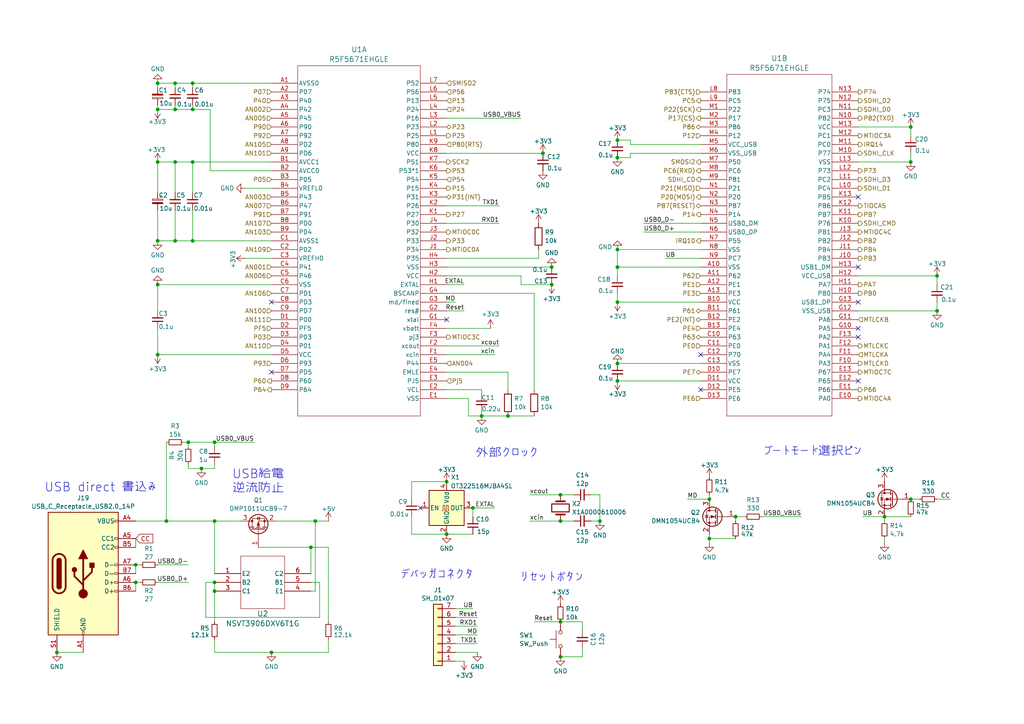
<source format=kicad_sch>
(kicad_sch (version 20231120) (generator "eeschema") (generator_version "8.0")
  (paper "A4")
  (junction (at 179.07 45.72))
  (junction (at 129.54 139.7))
  (junction (at 45.72 31.75))
  (junction (at 147.32 120.65))
  (junction (at 162.56 143.51))
  (junction (at 50.8 69.85))
  (junction (at 179.07 87.63))
  (junction (at 179.07 72.39))
  (junction (at 91.44 151.13))
  (junction (at 162.56 180.34))
  (junction (at 45.72 46.99))
  (junction (at 179.07 105.41))
  (junction (at 264.16 36.83))
  (junction (at 16.51 189.23))
  (junction (at 137.16 147.32))
  (junction (at 45.72 102.87))
  (junction (at 62.23 128.27))
  (junction (at 50.8 24.13))
  (junction (at 45.72 24.13))
  (junction (at 62.23 171.45))
  (junction (at 160.02 82.55))
  (junction (at 179.07 40.64))
  (junction (at 271.78 80.01))
  (junction (at 45.72 69.85))
  (junction (at 129.54 154.94))
  (junction (at 264.16 46.99))
  (junction (at 55.88 31.75))
  (junction (at 271.78 90.17))
  (junction (at 179.07 110.49))
  (junction (at 139.7 120.65))
  (junction (at 58.42 135.89))
  (junction (at 45.72 82.55))
  (junction (at 78.74 189.23))
  (junction (at 62.23 168.91))
  (junction (at 62.23 151.13))
  (junction (at 54.61 128.27))
  (junction (at 48.26 151.13))
  (junction (at 162.56 190.5))
  (junction (at 160.02 77.47))
  (junction (at 55.88 24.13))
  (junction (at 50.8 31.75))
  (junction (at 173.99 151.13))
  (junction (at 157.48 44.45))
  (junction (at 264.16 144.78))
  (junction (at 205.74 156.21))
  (junction (at 256.54 149.86))
  (junction (at 90.17 158.75))
  (junction (at 50.8 46.99))
  (junction (at 205.74 144.78))
  (junction (at 179.07 77.47))
  (junction (at 162.56 151.13))
  (junction (at 213.36 149.86))
  (junction (at 55.88 46.99))
  (junction (at 39.37 163.83))
  (junction (at 55.88 69.85))
  (junction (at 39.37 168.91))
  (no_connect (at 78.74 107.95))
  (no_connect (at 121.92 147.32))
  (no_connect (at 248.92 95.25))
  (no_connect (at 248.92 97.79))
  (no_connect (at 248.92 110.49))
  (no_connect (at 203.2 113.03))
  (no_connect (at 248.92 77.47))
  (no_connect (at 129.54 92.71))
  (no_connect (at 78.74 87.63))
  (no_connect (at 203.2 102.87))
  (no_connect (at 248.92 87.63))
  (no_connect (at 248.92 57.15))
  (wire (pts (xy 90.17 171.45) (xy 91.44 171.45)))
  (wire (pts (xy 54.61 168.91) (xy 45.72 168.91)))
  (wire (pts (xy 50.8 69.85) (xy 50.8 60.96)))
  (wire (pts (xy 50.8 31.75) (xy 55.88 31.75)))
  (wire (pts (xy 182.88 44.45) (xy 203.2 44.45)))
  (wire (pts (xy 271.78 87.63) (xy 271.78 90.17)))
  (wire (pts (xy 55.88 46.99) (xy 55.88 55.88)))
  (wire (pts (xy 50.8 46.99) (xy 55.88 46.99)))
  (wire (pts (xy 205.74 156.21) (xy 205.74 157.48)))
  (wire (pts (xy 182.88 45.72) (xy 182.88 44.45)))
  (wire (pts (xy 78.74 49.53) (xy 60.96 49.53)))
  (wire (pts (xy 90.17 158.75) (xy 95.25 158.75)))
  (wire (pts (xy 129.54 44.45) (xy 157.48 44.45)))
  (wire (pts (xy 137.16 147.32) (xy 137.16 149.86)))
  (wire (pts (xy 179.07 77.47) (xy 203.2 77.47)))
  (wire (pts (xy 138.43 179.07) (xy 132.08 179.07)))
  (wire (pts (xy 40.64 168.91) (xy 39.37 168.91)))
  (wire (pts (xy 129.54 74.93) (xy 156.21 74.93)))
  (wire (pts (xy 45.72 102.87) (xy 78.74 102.87)))
  (wire (pts (xy 92.71 168.91) (xy 90.17 168.91)))
  (wire (pts (xy 248.92 36.83) (xy 264.16 36.83)))
  (wire (pts (xy 151.13 80.01) (xy 129.54 80.01)))
  (wire (pts (xy 179.07 72.39) (xy 179.07 77.47)))
  (wire (pts (xy 40.64 163.83) (xy 39.37 163.83)))
  (wire (pts (xy 45.72 31.75) (xy 45.72 30.48)))
  (wire (pts (xy 186.69 67.31) (xy 203.2 67.31)))
  (wire (pts (xy 55.88 69.85) (xy 78.74 69.85)))
  (wire (pts (xy 55.88 24.13) (xy 55.88 25.4)))
  (wire (pts (xy 54.61 135.89) (xy 54.61 134.62)))
  (wire (pts (xy 45.72 46.99) (xy 50.8 46.99)))
  (wire (pts (xy 162.56 143.51) (xy 166.37 143.51)))
  (wire (pts (xy 248.92 80.01) (xy 271.78 80.01)))
  (wire (pts (xy 54.61 129.54) (xy 54.61 128.27)))
  (wire (pts (xy 62.23 151.13) (xy 62.23 166.37)))
  (wire (pts (xy 151.13 80.01) (xy 151.13 82.55)))
  (wire (pts (xy 139.7 120.65) (xy 135.89 120.65)))
  (wire (pts (xy 179.07 105.41) (xy 203.2 105.41)))
  (wire (pts (xy 147.32 107.95) (xy 147.32 113.03)))
  (wire (pts (xy 138.43 181.61) (xy 132.08 181.61)))
  (wire (pts (xy 119.38 149.86) (xy 119.38 154.94)))
  (wire (pts (xy 39.37 163.83) (xy 39.37 166.37)))
  (wire (pts (xy 39.37 168.91) (xy 39.37 171.45)))
  (wire (pts (xy 264.16 44.45) (xy 264.16 46.99)))
  (wire (pts (xy 215.9 149.86) (xy 213.36 149.86)))
  (wire (pts (xy 168.91 180.34) (xy 162.56 180.34)))
  (wire (pts (xy 154.94 180.34) (xy 162.56 180.34)))
  (wire (pts (xy 90.17 158.75) (xy 90.17 166.37)))
  (wire (pts (xy 129.54 107.95) (xy 147.32 107.95)))
  (wire (pts (xy 153.67 151.13) (xy 162.56 151.13)))
  (wire (pts (xy 143.51 147.32) (xy 137.16 147.32)))
  (wire (pts (xy 138.43 184.15) (xy 132.08 184.15)))
  (wire (pts (xy 45.72 69.85) (xy 50.8 69.85)))
  (wire (pts (xy 179.07 40.64) (xy 182.88 40.64)))
  (wire (pts (xy 151.13 34.29) (xy 129.54 34.29)))
  (wire (pts (xy 220.98 149.86) (xy 232.41 149.86)))
  (wire (pts (xy 119.38 144.78) (xy 119.38 139.7)))
  (wire (pts (xy 45.72 82.55) (xy 45.72 90.17)))
  (wire (pts (xy 248.92 90.17) (xy 271.78 90.17)))
  (wire (pts (xy 62.23 168.91) (xy 62.23 171.45)))
  (wire (pts (xy 144.78 59.69) (xy 129.54 59.69)))
  (wire (pts (xy 39.37 156.21) (xy 39.37 158.75)))
  (wire (pts (xy 71.12 54.61) (xy 78.74 54.61)))
  (wire (pts (xy 55.88 69.85) (xy 55.88 60.96)))
  (wire (pts (xy 59.69 179.07) (xy 92.71 179.07)))
  (wire (pts (xy 55.88 46.99) (xy 78.74 46.99)))
  (wire (pts (xy 54.61 163.83) (xy 45.72 163.83)))
  (wire (pts (xy 134.62 191.77) (xy 132.08 191.77)))
  (wire (pts (xy 50.8 31.75) (xy 50.8 30.48)))
  (wire (pts (xy 50.8 46.99) (xy 50.8 55.88)))
  (wire (pts (xy 264.16 36.83) (xy 264.16 39.37)))
  (wire (pts (xy 271.78 80.01) (xy 271.78 82.55)))
  (wire (pts (xy 139.7 120.65) (xy 139.7 119.38)))
  (wire (pts (xy 173.99 143.51) (xy 173.99 151.13)))
  (wire (pts (xy 139.7 113.03) (xy 139.7 114.3)))
  (wire (pts (xy 179.07 87.63) (xy 203.2 87.63)))
  (wire (pts (xy 182.88 40.64) (xy 182.88 41.91)))
  (wire (pts (xy 50.8 24.13) (xy 50.8 25.4)))
  (wire (pts (xy 171.45 151.13) (xy 173.99 151.13)))
  (wire (pts (xy 154.94 120.65) (xy 147.32 120.65)))
  (wire (pts (xy 95.25 158.75) (xy 95.25 180.34)))
  (wire (pts (xy 154.94 85.09) (xy 129.54 85.09)))
  (wire (pts (xy 59.69 168.91) (xy 59.69 179.07)))
  (wire (pts (xy 173.99 143.51) (xy 171.45 143.51)))
  (wire (pts (xy 45.72 95.25) (xy 45.72 102.87)))
  (wire (pts (xy 205.74 143.51) (xy 205.74 144.78)))
  (wire (pts (xy 205.74 156.21) (xy 213.36 156.21)))
  (wire (pts (xy 132.08 176.53) (xy 137.16 176.53)))
  (wire (pts (xy 62.23 189.23) (xy 78.74 189.23)))
  (wire (pts (xy 129.54 77.47) (xy 160.02 77.47)))
  (wire (pts (xy 53.34 128.27) (xy 54.61 128.27)))
  (wire (pts (xy 144.78 100.33) (xy 129.54 100.33)))
  (wire (pts (xy 168.91 190.5) (xy 162.56 190.5)))
  (wire (pts (xy 45.72 69.85) (xy 45.72 60.96)))
  (wire (pts (xy 60.96 31.75) (xy 55.88 31.75)))
  (wire (pts (xy 250.19 149.86) (xy 256.54 149.86)))
  (wire (pts (xy 62.23 129.54) (xy 62.23 128.27)))
  (wire (pts (xy 156.21 74.93) (xy 156.21 72.39)))
  (wire (pts (xy 138.43 186.69) (xy 132.08 186.69)))
  (wire (pts (xy 147.32 120.65) (xy 139.7 120.65)))
  (wire (pts (xy 62.23 135.89) (xy 58.42 135.89)))
  (wire (pts (xy 134.62 90.17) (xy 129.54 90.17)))
  (wire (pts (xy 135.89 120.65) (xy 135.89 115.57)))
  (wire (pts (xy 60.96 49.53) (xy 60.96 31.75)))
  (wire (pts (xy 205.74 154.94) (xy 205.74 156.21)))
  (wire (pts (xy 193.04 74.93) (xy 203.2 74.93)))
  (wire (pts (xy 48.26 128.27) (xy 48.26 151.13)))
  (wire (pts (xy 264.16 149.86) (xy 256.54 149.86)))
  (wire (pts (xy 91.44 151.13) (xy 95.25 151.13)))
  (wire (pts (xy 45.72 24.13) (xy 45.72 25.4)))
  (wire (pts (xy 16.51 189.23) (xy 24.13 189.23)))
  (wire (pts (xy 199.39 144.78) (xy 205.74 144.78)))
  (wire (pts (xy 62.23 128.27) (xy 73.66 128.27)))
  (wire (pts (xy 50.8 69.85) (xy 55.88 69.85)))
  (wire (pts (xy 58.42 135.89) (xy 54.61 135.89)))
  (wire (pts (xy 78.74 189.23) (xy 95.25 189.23)))
  (wire (pts (xy 132.08 87.63) (xy 129.54 87.63)))
  (wire (pts (xy 168.91 187.96) (xy 168.91 190.5)))
  (wire (pts (xy 143.51 102.87) (xy 129.54 102.87)))
  (wire (pts (xy 182.88 41.91) (xy 203.2 41.91)))
  (wire (pts (xy 62.23 189.23) (xy 62.23 185.42)))
  (wire (pts (xy 39.37 151.13) (xy 48.26 151.13)))
  (wire (pts (xy 55.88 31.75) (xy 55.88 30.48)))
  (wire (pts (xy 62.23 168.91) (xy 59.69 168.91)))
  (wire (pts (xy 179.07 110.49) (xy 203.2 110.49)))
  (wire (pts (xy 91.44 151.13) (xy 80.01 151.13)))
  (wire (pts (xy 69.85 151.13) (xy 62.23 151.13)))
  (wire (pts (xy 119.38 139.7) (xy 129.54 139.7)))
  (wire (pts (xy 168.91 182.88) (xy 168.91 180.34)))
  (wire (pts (xy 119.38 154.94) (xy 129.54 154.94)))
  (wire (pts (xy 62.23 128.27) (xy 54.61 128.27)))
  (wire (pts (xy 275.59 144.78) (xy 271.78 144.78)))
  (wire (pts (xy 162.56 151.13) (xy 166.37 151.13)))
  (wire (pts (xy 95.25 185.42) (xy 95.25 189.23)))
  (wire (pts (xy 256.54 149.86) (xy 256.54 151.13)))
  (wire (pts (xy 144.78 64.77) (xy 129.54 64.77)))
  (wire (pts (xy 50.8 24.13) (xy 55.88 24.13)))
  (wire (pts (xy 179.07 85.09) (xy 179.07 87.63)))
  (wire (pts (xy 62.23 171.45) (xy 62.23 180.34)))
  (wire (pts (xy 179.07 72.39) (xy 203.2 72.39)))
  (wire (pts (xy 132.08 189.23) (xy 138.43 189.23)))
  (wire (pts (xy 134.62 82.55) (xy 129.54 82.55)))
  (wire (pts (xy 135.89 115.57) (xy 129.54 115.57)))
  (wire (pts (xy 92.71 179.07) (xy 92.71 168.91)))
  (wire (pts (xy 154.94 113.03) (xy 154.94 85.09)))
  (wire (pts (xy 48.26 151.13) (xy 62.23 151.13)))
  (wire (pts (xy 78.74 74.93) (xy 71.12 74.93)))
  (wire (pts (xy 45.72 31.75) (xy 50.8 31.75)))
  (wire (pts (xy 248.92 46.99) (xy 264.16 46.99)))
  (wire (pts (xy 179.07 77.47) (xy 179.07 80.01)))
  (wire (pts (xy 153.67 143.51) (xy 162.56 143.51)))
  (wire (pts (xy 266.7 144.78) (xy 264.16 144.78)))
  (wire (pts (xy 213.36 151.13) (xy 213.36 149.86)))
  (wire (pts (xy 91.44 151.13) (xy 91.44 171.45)))
  (wire (pts (xy 129.54 95.25) (xy 142.24 95.25)))
  (wire (pts (xy 129.54 154.94) (xy 137.16 154.94)))
  (wire (pts (xy 186.69 64.77) (xy 203.2 64.77)))
  (wire (pts (xy 74.93 158.75) (xy 90.17 158.75)))
  (wire (pts (xy 151.13 82.55) (xy 160.02 82.55)))
  (wire (pts (xy 256.54 157.48) (xy 256.54 156.21)))
  (wire (pts (xy 55.88 24.13) (xy 78.74 24.13)))
  (wire (pts (xy 179.07 45.72) (xy 182.88 45.72)))
  (wire (pts (xy 45.72 46.99) (xy 45.72 55.88)))
  (wire (pts (xy 129.54 113.03) (xy 139.7 113.03)))
  (wire (pts (xy 62.23 134.62) (xy 62.23 135.89)))
  (wire (pts (xy 45.72 82.55) (xy 78.74 82.55)))
  (wire (pts (xy 45.72 24.13) (xy 50.8 24.13)))
  (text "USB給電\n逆流防止" (at 74.93 139.7 0) (effects (font (size 2.54 2.54))))
  (text "デバッガコネクタ" (at 126.746 166.878 0) (effects (font (size 2.54 2.54))))
  (text "USB direct 書込み" (at 29.21 141.478 0) (effects (font (size 2.54 2.54))))
  (text "ブートモード選択ピン" (at 235.712 131.064 0) (effects (font (size 2.54 2.54))))
  (text "リセットボタン" (at 160.02 167.64 0) (effects (font (size 2.54 2.54))))
  (text "外部クロック" (at 147.066 131.572 0) (effects (font (size 2.54 2.54))))
  (label "xcout" (at 144.78 100.33 180))
  (label "USB0_VBUS" (at 232.41 149.86 180))
  (label "Reset" (at 154.94 180.34 0))
  (label "USB0_D-" (at 186.69 64.77 0))
  (label "UB" (at 193.04 74.93 0))
  (label "MD" (at 199.39 144.78 0))
  (label "USB0_D+" (at 54.61 168.91 180))
  (label "Reset" (at 138.43 179.07 180))
  (label "USB0_D+" (at 186.69 67.31 0))
  (label "xcin" (at 153.67 151.13 0))
  (label "xcout" (at 153.67 143.51 0))
  (label "UB" (at 137.16 176.53 180))
  (label "USB0_VBUS" (at 151.13 34.29 180))
  (label "EXTAL" (at 143.51 147.32 180))
  (label "UB" (at 250.19 149.86 0))
  (label "TXD1" (at 144.78 59.69 180))
  (label "RXD1" (at 144.78 64.77 180))
  (label "MD" (at 138.43 184.15 180))
  (label "USB0_D-" (at 54.61 163.83 180))
  (label "CC" (at 275.59 144.78 180))
  (label "RXD1" (at 138.43 181.61 180))
  (label "xcin" (at 143.51 102.87 180))
  (label "MD" (at 132.08 87.63 180))
  (label "TXD1" (at 138.43 186.69 180))
  (label "EXTAL" (at 134.62 82.55 180))
  (label "USB0_VBUS" (at 73.66 128.27 180))
  (label "Reset" (at 134.62 90.17 180))
  (global_label "CC" (shape input) (at 39.37 156.21 0) (property "Intersheetrefs" "${INTERSHEET_REFS}" (effects (hide yes))))
  (hierarchical_label "PE7" (shape bidirectional) (at 203.2 107.95 180))
  (hierarchical_label "P93" (shape input) (at 78.74 105.41 180))
  (hierarchical_label "MTIOC0A" (shape output) (at 129.54 72.39 0))
  (hierarchical_label "AN006" (shape input) (at 78.74 80.01 180))
  (hierarchical_label "PE0" (shape input) (at 203.2 100.33 180))
  (hierarchical_label "AN111" (shape input) (at 78.74 92.71 180))
  (hierarchical_label "P31(INT)" (shape bidirectional) (at 129.54 57.15 0))
  (hierarchical_label "P25" (shape output) (at 129.54 39.37 0))
  (hierarchical_label "P20(MOSI)" (shape output) (at 203.2 57.15 180))
  (hierarchical_label "PE3" (shape input) (at 203.2 85.09 180))
  (hierarchical_label "P53" (shape output) (at 129.54 49.53 0))
  (hierarchical_label "P63" (shape bidirectional) (at 203.2 97.79 180))
  (hierarchical_label "P23" (shape bidirectional) (at 129.54 36.83 0))
  (hierarchical_label "P27" (shape output) (at 129.54 62.23 0))
  (hierarchical_label "AN001" (shape input) (at 78.74 77.47 180))
  (hierarchical_label "AN100" (shape input) (at 78.74 90.17 180))
  (hierarchical_label "PE4" (shape input) (at 203.2 95.25 180))
  (hierarchical_label "MTLCKD" (shape output) (at 248.92 105.41 0))
  (hierarchical_label "P56" (shape input) (at 129.54 26.67 0))
  (hierarchical_label "AN109" (shape input) (at 78.74 72.39 180))
  (hierarchical_label "P61" (shape bidirectional) (at 203.2 90.17 180))
  (hierarchical_label "P73" (shape output) (at 248.92 49.53 0))
  (hierarchical_label "SDHI_CMD" (shape output) (at 248.92 64.77 0))
  (hierarchical_label "AN107" (shape input) (at 78.74 64.77 180))
  (hierarchical_label "PB4" (shape output) (at 248.92 72.39 0))
  (hierarchical_label "SDHI_D2" (shape output) (at 248.92 29.21 0))
  (hierarchical_label "SDHI_CD" (shape output) (at 203.2 52.07 180))
  (hierarchical_label "PA7" (shape output) (at 248.92 82.55 0))
  (hierarchical_label "MTIOC3A" (shape output) (at 248.92 39.37 0))
  (hierarchical_label "IRQ14" (shape output) (at 248.92 41.91 0))
  (hierarchical_label "MTLCKA" (shape input) (at 248.92 102.87 0))
  (hierarchical_label "AN103" (shape input) (at 78.74 67.31 180))
  (hierarchical_label "Pj5" (shape input) (at 129.54 110.49 0))
  (hierarchical_label "MTIOC4C" (shape output) (at 248.92 67.31 0))
  (hierarchical_label "P21(MISO)" (shape input) (at 203.2 54.61 180))
  (hierarchical_label "P86" (shape bidirectional) (at 203.2 36.83 180))
  (hierarchical_label "PE6" (shape input) (at 203.2 115.57 180))
  (hierarchical_label "AN110" (shape input) (at 78.74 100.33 180))
  (hierarchical_label "P12" (shape input) (at 203.2 39.37 180))
  (hierarchical_label "SDHI_CLK" (shape output) (at 248.92 44.45 0))
  (hierarchical_label "P13" (shape input) (at 129.54 29.21 0))
  (hierarchical_label "MTIOC4A" (shape output) (at 248.92 115.57 0))
  (hierarchical_label "P82(TXD)" (shape output) (at 248.92 34.29 0))
  (hierarchical_label "AN105" (shape input) (at 78.74 41.91 180))
  (hierarchical_label "SDHI_D0" (shape output) (at 248.92 31.75 0))
  (hierarchical_label "P07" (shape input) (at 78.74 26.67 180))
  (hierarchical_label "IRQ10" (shape output) (at 203.2 69.85 180))
  (hierarchical_label "P91" (shape input) (at 78.74 62.23 180))
  (hierarchical_label "P03" (shape input) (at 78.74 97.79 180))
  (hierarchical_label "AN101" (shape input) (at 78.74 44.45 180))
  (hierarchical_label "AN004" (shape input) (at 129.54 105.41 0))
  (hierarchical_label "TIOCA5" (shape output) (at 248.92 59.69 0))
  (hierarchical_label "PB2" (shape output) (at 248.92 69.85 0))
  (hierarchical_label "PE2(INT)" (shape bidirectional) (at 203.2 92.71 180))
  (hierarchical_label "P33" (shape output) (at 129.54 69.85 0))
  (hierarchical_label "PB0" (shape output) (at 248.92 85.09 0))
  (hierarchical_label "AN002" (shape input) (at 78.74 31.75 180))
  (hierarchical_label "SDHI_D3" (shape output) (at 248.92 52.07 0))
  (hierarchical_label "P87(RESET)" (shape bidirectional) (at 203.2 59.69 180))
  (hierarchical_label "P60" (shape output) (at 78.74 110.49 180))
  (hierarchical_label "P15" (shape output) (at 129.54 54.61 0))
  (hierarchical_label "P80(RTS)" (shape input) (at 129.54 41.91 0))
  (hierarchical_label "MTIOC3C" (shape output) (at 129.54 97.79 0))
  (hierarchical_label "P83(CTS)" (shape input) (at 203.2 26.67 180))
  (hierarchical_label "P54" (shape input) (at 129.54 52.07 0))
  (hierarchical_label "PB7" (shape output) (at 248.92 62.23 0))
  (hierarchical_label "P66" (shape output) (at 248.92 113.03 0))
  (hierarchical_label "AN007" (shape input) (at 78.74 59.69 180))
  (hierarchical_label "SDHI_D1" (shape output) (at 248.92 54.61 0))
  (hierarchical_label "P64" (shape output) (at 78.74 113.03 180))
  (hierarchical_label "PF5" (shape input) (at 78.74 95.25 180))
  (hierarchical_label "P05" (shape input) (at 78.74 52.07 180))
  (hierarchical_label "P90" (shape input) (at 78.74 36.83 180))
  (hierarchical_label "P62" (shape input) (at 203.2 80.01 180))
  (hierarchical_label "P17(CS)" (shape output) (at 203.2 34.29 180))
  (hierarchical_label "SMOSI2" (shape output) (at 203.2 46.99 180))
  (hierarchical_label "SCK2" (shape output) (at 129.54 46.99 0))
  (hierarchical_label "PE1" (shape input) (at 203.2 82.55 180))
  (hierarchical_label "P22(SCK)" (shape output) (at 203.2 31.75 180))
  (hierarchical_label "PB3" (shape output) (at 248.92 74.93 0))
  (hierarchical_label "MTIOC0C" (shape output) (at 129.54 67.31 0))
  (hierarchical_label "AN003" (shape input) (at 78.74 57.15 180))
  (hierarchical_label "AN106" (shape input) (at 78.74 85.09 180))
  (hierarchical_label "P74" (shape output) (at 248.92 26.67 0))
  (hierarchical_label "MTLCKB" (shape input) (at 248.92 92.71 0))
  (hierarchical_label "PC5" (shape output) (at 203.2 29.21 180))
  (hierarchical_label "PC6(RXD)" (shape output) (at 203.2 49.53 180))
  (hierarchical_label "P14" (shape output) (at 203.2 62.23 180))
  (hierarchical_label "P24" (shape input) (at 129.54 31.75 0))
  (hierarchical_label "P92" (shape input) (at 78.74 39.37 180))
  (hierarchical_label "MTIOC7C" (shape output) (at 248.92 107.95 0))
  (hierarchical_label "P40" (shape input) (at 78.74 29.21 180))
  (hierarchical_label "AN005" (shape input) (at 78.74 34.29 180))
  (hierarchical_label "MTLCKC" (shape output) (at 248.92 100.33 0))
  (hierarchical_label "SMISO2" (shape input) (at 129.54 24.13 0))
  (symbol (lib_id "power:+3V3") (at 271.78 80.01 0) (unit 1)
    (property "Reference" "#PWR036" (effects (hide yes)))
    (property "Value" "+3V3" (at 271.78 76.5081 0))
    (property "Description" "Power symbol creates a global label with name \"+3V3\"" (effects (hide yes)))
  )
  (symbol (lib_id "power:GND") (at 45.72 24.13 180) (unit 1)
    (property "Reference" "#PWR03" (effects (hide yes)))
    (property "Value" "GND" (at 45.72 19.9969 0))
    (property "Description" "Power symbol creates a global label with name \"GND\" , ground" (effects (hide yes)))
  )
  (symbol (lib_id "Device:C_Small") (at 119.38 147.32 0) (unit 1)
    (property "Reference" "C9" (at 116.84 145.542 0))
    (property "Value" "0.01u" (at 115.824 149.098 0))
    (property "Footprint" "Capacitor_SMD:C_0402_1005Metric" (effects (hide yes)))
    (property "Datasheet" "C77019" (effects (hide yes)))
    (property "Description" "Unpolarized capacitor, small symbol" (effects (hide yes)))
  )
  (symbol (lib_id "power:+3V3") (at 157.48 44.45 0) (unit 1)
    (property "Reference" "#PWR017" (effects (hide yes)))
    (property "Value" "+3V3" (at 157.48 40.9481 0))
    (property "Description" "Power symbol creates a global label with name \"+3V3\"" (effects (hide yes)))
  )
  (symbol (lib_id "Device:C_Small") (at 179.07 43.18 0) (unit 1)
    (property "Reference" "C17" (at 173.482 41.656 0) (effects (justify left)))
    (property "Value" "0.1u" (at 173.482 44.958 0) (effects (justify left)))
    (property "Footprint" "Capacitor_SMD:C_0402_1005Metric" (effects (hide yes)))
    (property "Datasheet" "C77020" (effects (hide yes)))
    (property "Description" "Unpolarized capacitor, small symbol" (effects (hide yes)))
  )
  (symbol (lib_id "Device:R_Small") (at 62.23 182.88 0) (mirror x) (unit 1)
    (property "Reference" "R5" (at 60.7314 182.2363 0) (effects (justify right)))
    (property "Value" "12.1k" (at 60.7314 184.1573 0) (effects (justify right)))
    (property "Footprint" "Resistor_SMD:R_0402_1005Metric" (effects (hide yes)))
    (property "Datasheet" "C25852" (effects (hide yes)))
    (property "Description" "Resistor, small symbol" (effects (hide yes)))
  )
  (symbol (lib_id "power:GND") (at 264.16 46.99 0) (unit 1)
    (property "Reference" "#PWR035" (effects (hide yes)))
    (property "Value" "GND" (at 264.16 51.1231 0))
    (property "Description" "Power symbol creates a global label with name \"GND\" , ground" (effects (hide yes)))
  )
  (symbol (lib_id "Device:R_Small") (at 43.18 163.83 90) (unit 1)
    (property "Reference" "R1" (at 43.18 159.1198 90))
    (property "Value" "27" (at 43.18 161.544 90))
    (property "Footprint" "Resistor_SMD:R_0402_1005Metric" (effects (hide yes)))
    (property "Datasheet" "C138021" (effects (hide yes)))
    (property "Description" "Resistor, small symbol" (effects (hide yes)))
  )
  (symbol (lib_id "Device:R") (at 156.21 68.58 0) (unit 1)
    (property "Reference" "R9" (at 157.988 67.3678 0) (effects (justify left)))
    (property "Value" "10k" (at 157.988 69.7921 0) (effects (justify left)))
    (property "Footprint" "Resistor_SMD:R_0402_1005Metric" (effects (hide yes)))
    (property "Datasheet" "C2906885" (effects (hide yes)))
    (property "Description" "Resistor" (effects (hide yes)))
  )
  (symbol (lib_id "power:GND") (at 256.54 157.48 0) (unit 1)
    (property "Reference" "#PWR033" (effects (hide yes)))
    (property "Value" "GND" (at 256.54 161.6155 0))
    (property "Description" "Power symbol creates a global label with name \"GND\" , ground" (effects (hide yes)))
  )
  (symbol (lib_id "Device:R_Small") (at 54.61 132.08 180) (unit 1)
    (property "Reference" "R4" (at 49.8998 132.08 90))
    (property "Value" "30k" (at 52.324 132.08 90))
    (property "Footprint" "Resistor_SMD:R_0402_1005Metric" (effects (hide yes)))
    (property "Datasheet" "C412503" (effects (hide yes)))
    (property "Description" "Resistor, small symbol" (effects (hide yes)))
  )
  (symbol (lib_id "power:GND") (at 139.7 120.65 0) (unit 1)
    (property "Reference" "#PWR015" (effects (hide yes)))
    (property "Value" "GND" (at 139.7 124.7855 0))
    (property "Description" "Power symbol creates a global label with name \"GND\" , ground" (effects (hide yes)))
  )
  (symbol (lib_id "Device:R") (at 147.32 116.84 0) (unit 1)
    (property "Reference" "R7" (at 149.098 115.6278 0) (effects (justify left)))
    (property "Value" "10k" (at 149.098 118.0521 0) (effects (justify left)))
    (property "Footprint" "Resistor_SMD:R_0402_1005Metric" (effects (hide yes)))
    (property "Datasheet" "C2906885" (effects (hide yes)))
    (property "Description" "Resistor" (effects (hide yes)))
  )
  (symbol (lib_id "power:+3V3") (at 179.07 40.64 0) (unit 1)
    (property "Reference" "#PWR024" (effects (hide yes)))
    (property "Value" "+3V3" (at 179.07 37.1381 0))
    (property "Description" "Power symbol creates a global label with name \"+3V3\"" (effects (hide yes)))
  )
  (symbol (lib_id "Device:R_Small") (at 205.74 140.97 180) (unit 1)
    (property "Reference" "R11" (at 207.2386 139.7578 0) (effects (justify right)))
    (property "Value" "4.7k" (at 207.2386 142.1821 0) (effects (justify right)))
    (property "Footprint" "Resistor_SMD:R_0402_1005Metric" (effects (hide yes)))
    (property "Datasheet" "C2906869" (effects (hide yes)))
    (property "Description" "Resistor, small symbol" (effects (hide yes)))
  )
  (symbol (lib_id "Device:C_Polarized_Small") (at 45.72 58.42 0) (mirror y) (unit 1)
    (property "Reference" "C2" (at 45.974 56.642 0) (effects (justify right)))
    (property "Value" "10u" (at 46.228 60.452 0) (effects (justify right)))
    (property "Footprint" "Capacitor_Tantalum_SMD:CP_EIA-2012-12_Kemet-R" (effects (hide yes)))
    (property "Datasheet" "C1969735" (effects (hide yes)))
    (property "Description" "Polarized capacitor, small symbol" (effects (hide yes)))
  )
  (symbol (lib_id "Device:R_Small") (at 264.16 147.32 180) (unit 1)
    (property "Reference" "R15" (at 265.6586 146.6763 0) (effects (justify right)))
    (property "Value" "47k" (at 265.6586 148.5973 0) (effects (justify right)))
    (property "Footprint" "Resistor_SMD:R_0402_1005Metric" (effects (hide yes)))
    (property "Datasheet" "C163440" (effects (hide yes)))
    (property "Description" "Resistor, small symbol" (effects (hide yes)))
  )
  (symbol (lib_id "power:GND") (at 78.74 189.23 0) (unit 1)
    (property "Reference" "#PWR011" (effects (hide yes)))
    (property "Value" "GND" (at 78.74 193.3655 0))
    (property "Description" "Power symbol creates a global label with name \"GND\" , ground" (effects (hide yes)))
  )
  (symbol (lib_id "power:GND") (at 179.07 72.39 180) (unit 1)
    (property "Reference" "#PWR026" (effects (hide yes)))
    (property "Value" "GND" (at 173.482 71.628 0) (effects (justify right)))
    (property "Description" "Power symbol creates a global label with name \"GND\" , ground" (effects (hide yes)))
  )
  (symbol (lib_id "Device:Q_PMOS_GSD") (at 74.93 153.67 90) (unit 1)
    (property "Reference" "Q1" (at 74.93 145.0805 90))
    (property "Value" "DMP1011UCB9-7" (at 74.93 147.5048 90))
    (property "Footprint" "robot_contest:DMP1011UCB9-7" (effects (hide yes)))
    (property "Datasheet" "C211428" (effects (hide yes)))
    (property "Description" "P-MOSFET transistor, gate/source/drain" (effects (hide yes)))
  )
  (symbol (lib_id "power:+3V3") (at 142.24 95.25 0) (unit 1)
    (property "Reference" "#PWR0134" (effects (hide yes)))
    (property "Value" "+3V3" (at 142.24 91.1169 0))
    (property "Description" "Power symbol creates a global label with name \"+3V3\"" (effects (hide yes)))
  )
  (symbol (lib_id "Device:C_Small") (at 168.91 185.42 180) (unit 1)
    (property "Reference" "C16" (at 172.0737 185.42 90))
    (property "Value" "12p" (at 174.498 185.42 90))
    (property "Footprint" "Capacitor_SMD:C_0402_1005Metric" (effects (hide yes)))
    (property "Datasheet" "C161304" (effects (hide yes)))
    (property "Description" "Unpolarized capacitor, small symbol" (effects (hide yes)))
  )
  (symbol (lib_id "Device:R_Small") (at 218.44 149.86 90) (unit 1)
    (property "Reference" "R13" (at 218.44 144.9789 90))
    (property "Value" "330" (at 218.44 147.4032 90))
    (property "Footprint" "Resistor_SMD:R_0402_1005Metric" (effects (hide yes)))
    (property "Datasheet" "C2906929" (effects (hide yes)))
    (property "Description" "Resistor, small symbol" (effects (hide yes)))
  )
  (symbol (lib_id "power:GND") (at 179.07 105.41 180) (unit 1)
    (property "Reference" "#PWR028" (effects (hide yes)))
    (property "Value" "GND" (at 179.07 101.854 0))
    (property "Description" "Power symbol creates a global label with name \"GND\" , ground" (effects (hide yes)))
  )
  (symbol (lib_id "Device:C_Small") (at 179.07 107.95 0) (unit 1)
    (property "Reference" "C19" (at 173.482 106.426 0) (effects (justify left)))
    (property "Value" "0.1u" (at 173.482 109.728 0) (effects (justify left)))
    (property "Footprint" "Capacitor_SMD:C_0402_1005Metric" (effects (hide yes)))
    (property "Datasheet" "C77020" (effects (hide yes)))
    (property "Description" "Unpolarized capacitor, small symbol" (effects (hide yes)))
  )
  (symbol (lib_id "Device:C_Small") (at 50.8 58.42 0) (mirror x) (unit 1)
    (property "Reference" "C5" (at 51.054 56.642 0) (effects (justify left)))
    (property "Value" "0.1u" (at 51.054 60.452 0) (effects (justify left)))
    (property "Footprint" "Capacitor_SMD:C_0402_1005Metric" (effects (hide yes)))
    (property "Datasheet" "C77020" (effects (hide yes)))
    (property "Description" "Unpolarized capacitor, small symbol" (effects (hide yes)))
  )
  (symbol (lib_id "Device:R_Small") (at 50.8 128.27 90) (unit 1)
    (property "Reference" "R3" (at 50.8 123.5598 90))
    (property "Value" "15k" (at 50.8 125.984 90))
    (property "Footprint" "Resistor_SMD:R_0402_1005Metric" (effects (hide yes)))
    (property "Datasheet" "C294634" (effects (hide yes)))
    (property "Description" "Resistor, small symbol" (effects (hide yes)))
  )
  (symbol (lib_id "power:+3V3") (at 45.72 102.87 180) (unit 1)
    (property "Reference" "#PWR08" (effects (hide yes)))
    (property "Value" "+3V3" (at 45.72 107.0031 0))
    (property "Description" "Power symbol creates a global label with name \"+3V3\"" (effects (hide yes)))
  )
  (symbol (lib_id "power:+3V3") (at 156.21 64.77 0) (unit 1)
    (property "Reference" "#PWR016" (effects (hide yes)))
    (property "Value" "+3V3" (at 156.21 61.2681 0))
    (property "Description" "Power symbol creates a global label with name \"+3V3\"" (effects (hide yes)))
  )
  (symbol (lib_id "power:+3V3") (at 45.72 31.75 180) (unit 1)
    (property "Reference" "#PWR04" (effects (hide yes)))
    (property "Value" "+3V3" (at 42.926 35.306 0) (effects (justify right)))
    (property "Description" "Power symbol creates a global label with name \"+3V3\"" (effects (hide yes)))
  )
  (symbol (lib_id "power:+3V3") (at 179.07 87.63 180) (unit 1)
    (property "Reference" "#PWR027" (effects (hide yes)))
    (property "Value" "+3V3" (at 179.07 91.7631 0))
    (property "Description" "Power symbol creates a global label with name \"+3V3\"" (effects (hide yes)))
  )
  (symbol (lib_id "power:+3V3") (at 205.74 138.43 0) (unit 1)
    (property "Reference" "#PWR030" (effects (hide yes)))
    (property "Value" "+3V3" (at 205.74 134.9281 0))
    (property "Description" "Power symbol creates a global label with name \"+3V3\"" (effects (hide yes)))
  )
  (symbol (lib_id "power:+3V3") (at 71.12 74.93 90) (unit 1)
    (property "Reference" "#PWR010" (effects (hide yes)))
    (property "Value" "+3V3" (at 67.564 72.644 0) (effects (justify right)))
    (property "Description" "Power symbol creates a global label with name \"+3V3\"" (effects (hide yes)))
  )
  (symbol (lib_id "Device:Q_NMOS_GSD") (at 208.28 149.86 0) (mirror y) (unit 1)
    (property "Reference" "Q2" (at 203.073 148.6479 0) (effects (justify left)))
    (property "Value" "DMN1054UCB4" (at 203.073 151.0721 0) (effects (justify left)))
    (property "Footprint" "robot_contest:DMN1054UCB4" (effects (hide yes)))
    (property "Datasheet" "C2983694" (effects (hide yes)))
    (property "Description" "N-MOSFET transistor, gate/source/drain" (effects (hide yes)))
  )
  (symbol (lib_id "Device:C_Small") (at 55.88 58.42 0) (mirror x) (unit 1)
    (property "Reference" "C7" (at 56.134 56.642 0) (effects (justify left)))
    (property "Value" "0.01u" (at 56.134 60.452 0) (effects (justify left)))
    (property "Footprint" "Capacitor_SMD:C_0402_1005Metric" (effects (hide yes)))
    (property "Datasheet" "C77019" (effects (hide yes)))
    (property "Description" "Unpolarized capacitor, small symbol" (effects (hide yes)))
  )
  (symbol (lib_id "power:GND") (at 157.48 49.53 0) (unit 1)
    (property "Reference" "#PWR018" (effects (hide yes)))
    (property "Value" "GND" (at 157.48 53.6631 0))
    (property "Description" "Power symbol creates a global label with name \"GND\" , ground" (effects (hide yes)))
  )
  (symbol (lib_id "Device:C_Small") (at 264.16 41.91 0) (mirror y) (unit 1)
    (property "Reference" "C20" (at 269.24 40.386 0) (effects (justify left)))
    (property "Value" "0.1u" (at 269.748 43.688 0) (effects (justify left)))
    (property "Footprint" "Capacitor_SMD:C_0402_1005Metric" (effects (hide yes)))
    (property "Datasheet" "C77020" (effects (hide yes)))
    (property "Description" "Unpolarized capacitor, small symbol" (effects (hide yes)))
  )
  (symbol (lib_id "power:GND") (at 58.42 135.89 0) (unit 1)
    (property "Reference" "#PWR0133" (effects (hide yes)))
    (property "Value" "GND" (at 58.42 140.0255 0))
    (property "Description" "Power symbol creates a global label with name \"GND\" , ground" (effects (hide yes)))
  )
  (symbol (lib_id "Device:C_Small") (at 55.88 27.94 0) (unit 1)
    (property "Reference" "C6" (at 56.388 26.162 0) (effects (justify left)))
    (property "Value" "0.01u" (at 56.388 30.226 0) (effects (justify left)))
    (property "Footprint" "Capacitor_SMD:C_0402_1005Metric" (effects (hide yes)))
    (property "Datasheet" "C77019" (effects (hide yes)))
    (property "Description" "Unpolarized capacitor, small symbol" (effects (hide yes)))
  )
  (symbol (lib_id "Device:C_Small") (at 139.7 116.84 0) (mirror y) (unit 1)
    (property "Reference" "C11" (at 143.51 115.316 0) (effects (justify left)))
    (property "Value" "0.22u" (at 145.288 118.618 0) (effects (justify left)))
    (property "Footprint" "Capacitor_SMD:C_0402_1005Metric" (effects (hide yes)))
    (property "Datasheet" "C841047" (effects (hide yes)))
    (property "Description" "Unpolarized capacitor, small symbol" (effects (hide yes)))
  )
  (symbol (lib_id "power:GND") (at 173.99 151.13 0) (unit 1)
    (property "Reference" "#PWR023" (effects (hide yes)))
    (property "Value" "GND" (at 173.99 155.2655 0))
    (property "Description" "Power symbol creates a global label with name \"GND\" , ground" (effects (hide yes)))
  )
  (symbol (lib_id "power:+3V3") (at 129.54 139.7 0) (unit 1)
    (property "Reference" "#PWR013" (effects (hide yes)))
    (property "Value" "+3V3" (at 129.54 136.1981 0))
    (property "Description" "Power symbol creates a global label with name \"+3V3\"" (effects (hide yes)))
  )
  (symbol (lib_id "Switch:SW_Push") (at 162.56 185.42 90) (unit 1)
    (property "Reference" "SW1" (at 150.622 184.2657 90) (effects (justify right)))
    (property "Value" "SW_Push" (at 150.622 186.69 90) (effects (justify right)))
    (property "Footprint" "robot_contest:SKRPABE010" (effects (hide yes)))
    (property "Datasheet" "C115360" (effects (hide yes)))
    (property "Description" "Push button switch, generic, two pins" (effects (hide yes)))
  )
  (symbol (lib_id "Device:Crystal") (at 162.56 147.32 90) (unit 1)
    (property "Reference" "X2" (at 165.8874 146.1078 90) (effects (justify right)))
    (property "Value" "X1A0000610006" (at 165.8874 148.5321 90) (effects (justify right)))
    (property "Footprint" "Crystal:Crystal_SMD_2012-2Pin_2.0x1.2mm" (effects (hide yes)))
    (property "Datasheet" "C99009" (effects (hide yes)))
    (property "Description" "Two pin crystal" (effects (hide yes)))
  )
  (symbol (lib_id "Oscillator:ASE-xxxMHz") (at 129.54 147.32 0) (unit 1)
    (property "Reference" "X1" (at 132.08 138.43 0))
    (property "Value" "OT322516MJBA4SL" (at 139.7 140.97 0))
    (property "Footprint" "Oscillator:Oscillator_SMD_Abracon_ASE-4Pin_3.2x2.5mm" (effects (hide yes)))
    (property "Datasheet" "C725988" (effects (hide yes)))
    (property "Description" "3.3V CMOS SMD Crystal Clock Oscillator, Abracon" (effects (hide yes)))
  )
  (symbol (lib_id "Device:R_Small") (at 162.56 177.8 180) (unit 1)
    (property "Reference" "R10" (at 164.0586 176.5878 0) (effects (justify right)))
    (property "Value" "10k" (at 164.0586 179.0121 0) (effects (justify right)))
    (property "Footprint" "Resistor_SMD:R_0402_1005Metric" (effects (hide yes)))
    (property "Datasheet" "C2906885" (effects (hide yes)))
    (property "Description" "Resistor, small symbol" (effects (hide yes)))
  )
  (symbol (lib_id "Device:C_Small") (at 179.07 82.55 0) (unit 1)
    (property "Reference" "C18" (at 173.228 81.026 0) (effects (justify left)))
    (property "Value" "0.1u" (at 173.482 84.328 0) (effects (justify left)))
    (property "Footprint" "Capacitor_SMD:C_0402_1005Metric" (effects (hide yes)))
    (property "Datasheet" "C77020" (effects (hide yes)))
    (property "Description" "Unpolarized capacitor, small symbol" (effects (hide yes)))
  )
  (symbol (lib_id "power:GND") (at 16.51 189.23 0) (unit 1)
    (property "Reference" "#PWR01" (effects (hide yes)))
    (property "Value" "GND" (at 16.51 193.3655 0))
    (property "Description" "Power symbol creates a global label with name \"GND\" , ground" (effects (hide yes)))
  )
  (symbol (lib_id "Device:C_Small") (at 50.8 27.94 0) (unit 1)
    (property "Reference" "C4" (at 51.308 26.162 0) (effects (justify left)))
    (property "Value" "0.1u" (at 51.308 30.226 0) (effects (justify left)))
    (property "Footprint" "Capacitor_SMD:C_0402_1005Metric" (effects (hide yes)))
    (property "Datasheet" "C77020" (effects (hide yes)))
    (property "Description" "Unpolarized capacitor, small symbol" (effects (hide yes)))
  )
  (symbol (lib_id "Device:C_Small") (at 157.48 46.99 0) (mirror y) (unit 1)
    (property "Reference" "C12" (at 162.56 45.466 0) (effects (justify left)))
    (property "Value" "0.1u" (at 163.068 48.768 0) (effects (justify left)))
    (property "Footprint" "Capacitor_SMD:C_0402_1005Metric" (effects (hide yes)))
    (property "Datasheet" "C77020" (effects (hide yes)))
    (property "Description" "Unpolarized capacitor, small symbol" (effects (hide yes)))
  )
  (symbol (lib_id "power:GND") (at 138.43 189.23 0) (unit 1)
    (property "Reference" "#PWR0136" (effects (hide yes)))
    (property "Value" "GND" (at 138.43 193.3631 0))
    (property "Description" "Power symbol creates a global label with name \"GND\" , ground" (effects (hide yes)))
  )
  (symbol (lib_id "power:+3V3") (at 264.16 36.83 0) (unit 1)
    (property "Reference" "#PWR034" (effects (hide yes)))
    (property "Value" "+3V3" (at 264.16 33.3281 0))
    (property "Description" "Power symbol creates a global label with name \"+3V3\"" (effects (hide yes)))
  )
  (symbol (lib_id "power:GND") (at 205.74 157.48 0) (unit 1)
    (property "Reference" "#PWR031" (effects (hide yes)))
    (property "Value" "GND" (at 205.74 161.6155 0))
    (property "Description" "Power symbol creates a global label with name \"GND\" , ground" (effects (hide yes)))
  )
  (symbol (lib_id "power:GND") (at 160.02 77.47 180) (unit 1)
    (property "Reference" "#PWR019" (effects (hide yes)))
    (property "Value" "GND" (at 160.02 73.3369 0))
    (property "Description" "Power symbol creates a global label with name \"GND\" , ground" (effects (hide yes)))
  )
  (symbol (lib_id "robocon:NSVT3906DXV6T1G") (at 76.2 177.8 0) (unit 1)
    (property "Reference" "U2" (at 76.2 178.0151 0) (effects (font (size 1.524 1.524))))
    (property "Value" "NSVT3906DXV6T1G" (at 76.2 180.848 0) (effects (font (size 1.524 1.524))))
    (property "Footprint" "Package_TO_SOT_SMD:SOT-563" (effects (hide yes)))
    (property "Datasheet" "C895154" (effects (hide yes)))
  )
  (symbol (lib_id "power:GND") (at 129.54 154.94 0) (unit 1)
    (property "Reference" "#PWR014" (effects (hide yes)))
    (property "Value" "GND" (at 129.54 159.0755 0))
    (property "Description" "Power symbol creates a global label with name \"GND\" , ground" (effects (hide yes)))
  )
  (symbol (lib_id "power:+3V3") (at 256.54 139.7 0) (unit 1)
    (property "Reference" "#PWR032" (effects (hide yes)))
    (property "Value" "+3V3" (at 256.54 136.1981 0))
    (property "Description" "Power symbol creates a global label with name \"+3V3\"" (effects (hide yes)))
  )
  (symbol (lib_id "Device:R_Small") (at 269.24 144.78 90) (unit 1)
    (property "Reference" "R16" (at 269.24 140.0698 90))
    (property "Value" "330" (at 269.24 142.494 90))
    (property "Footprint" "Resistor_SMD:R_0402_1005Metric" (effects (hide yes)))
    (property "Datasheet" "C2906929" (effects (hide yes)))
    (property "Description" "Resistor, small symbol" (effects (hide yes)))
  )
  (symbol (lib_id "power:GND") (at 162.56 190.5 0) (unit 1)
    (property "Reference" "#PWR022" (effects (hide yes)))
    (property "Value" "GND" (at 162.56 194.6355 0))
    (property "Description" "Power symbol creates a global label with name \"GND\" , ground" (effects (hide yes)))
  )
  (symbol (lib_id "power:+3V3") (at 160.02 82.55 180) (unit 1)
    (property "Reference" "#PWR020" (effects (hide yes)))
    (property "Value" "+3V3" (at 160.02 86.6831 0))
    (property "Description" "Power symbol creates a global label with name \"+3V3\"" (effects (hide yes)))
  )
  (symbol (lib_id "power:+3V3") (at 45.72 46.99 0) (unit 1)
    (property "Reference" "#PWR05" (effects (hide yes)))
    (property "Value" "+3V3" (at 48.006 43.434 0) (effects (justify right)))
    (property "Description" "Power symbol creates a global label with name \"+3V3\"" (effects (hide yes)))
  )
  (symbol (lib_id "power:GND") (at 45.72 69.85 0) (unit 1)
    (property "Reference" "#PWR06" (effects (hide yes)))
    (property "Value" "GND" (at 45.72 73.9855 0))
    (property "Description" "Power symbol creates a global label with name \"GND\" , ground" (effects (hide yes)))
  )
  (symbol (lib_id "power:GND") (at 71.12 54.61 270) (unit 1)
    (property "Reference" "#PWR09" (effects (hide yes)))
    (property "Value" "GND" (at 67.9451 54.61 90) (effects (justify right)))
    (property "Description" "Power symbol creates a global label with name \"GND\" , ground" (effects (hide yes)))
  )
  (symbol (lib_id "Device:R_Small") (at 256.54 153.67 180) (unit 1)
    (property "Reference" "R14" (at 258.0386 152.4578 0) (effects (justify right)))
    (property "Value" "4.7k" (at 258.0386 154.8821 0) (effects (justify right)))
    (property "Footprint" "Resistor_SMD:R_0402_1005Metric" (effects (hide yes)))
    (property "Datasheet" "C2906869" (effects (hide yes)))
    (property "Description" "Resistor, small symbol" (effects (hide yes)))
  )
  (symbol (lib_id "Device:R_Small") (at 95.25 182.88 180) (unit 1)
    (property "Reference" "R6" (at 96.7486 182.2363 0) (effects (justify right)))
    (property "Value" "12.1k" (at 96.7486 184.1573 0) (effects (justify right)))
    (property "Footprint" "Resistor_SMD:R_0402_1005Metric" (effects (hide yes)))
    (property "Datasheet" "C25852" (effects (hide yes)))
    (property "Description" "Resistor, small symbol" (effects (hide yes)))
  )
  (symbol (lib_id "Device:C_Small") (at 160.02 80.01 0) (mirror x) (unit 1)
    (property "Reference" "C13" (at 154.94 81.534 0) (effects (justify left)))
    (property "Value" "0.1u" (at 154.432 78.232 0) (effects (justify left)))
    (property "Footprint" "Capacitor_SMD:C_0402_1005Metric" (effects (hide yes)))
    (property "Datasheet" "C77020" (effects (hide yes)))
    (property "Description" "Unpolarized capacitor, small symbol" (effects (hide yes)))
  )
  (symbol (lib_id "robocon:R5F5671EHGLE-20") (at 78.74 24.13 0) (unit 1)
    (property "Reference" "U1" (at 104.14 14.3561 0) (effects (font (size 1.524 1.524))))
    (property "Value" "R5F5671EHGLE" (at 104.14 17.189 0) (effects (font (size 1.524 1.524))))
    (property "Footprint" "robot_contest:R5F5671EHGLE-20" (effects (hide yes)))
    (property "Datasheet" "R5F566NDDDLK-20" (effects (hide yes)))
  )
  (symbol (lib_id "Device:R") (at 154.94 116.84 0) (unit 1)
    (property "Reference" "R8" (at 156.718 115.6278 0) (effects (justify left)))
    (property "Value" "10k" (at 156.718 118.0521 0) (effects (justify left)))
    (property "Footprint" "Resistor_SMD:R_0402_1005Metric" (effects (hide yes)))
    (property "Datasheet" "C2906885" (effects (hide yes)))
    (property "Description" "Resistor" (effects (hide yes)))
  )
  (symbol (lib_id "Device:C_Small") (at 45.72 92.71 0) (mirror x) (unit 1)
    (property "Reference" "C3" (at 45.974 90.932 0) (effects (justify left)))
    (property "Value" "0.1u" (at 45.974 94.742 0) (effects (justify left)))
    (property "Footprint" "Capacitor_SMD:C_0402_1005Metric" (effects (hide yes)))
    (property "Datasheet" "C77020" (effects (hide yes)))
    (property "Description" "Unpolarized capacitor, small symbol" (effects (hide yes)))
  )
  (symbol (lib_id "Device:C_Small") (at 137.16 152.4 180) (unit 1)
    (property "Reference" "C10" (at 139.954 150.622 0))
    (property "Value" "15p" (at 140.208 154.178 0))
    (property "Footprint" "Capacitor_SMD:C_0402_1005Metric" (effects (hide yes)))
    (property "Datasheet" "C161530" (effects (hide yes)))
    (property "Description" "Unpolarized capacitor, small symbol" (effects (hide yes)))
  )
  (symbol (lib_id "power:+3V3") (at 162.56 175.26 0) (unit 1)
    (property "Reference" "#PWR021" (effects (hide yes)))
    (property "Value" "+3V3" (at 162.56 171.7581 0))
    (property "Description" "Power symbol creates a global label with name \"+3V3\"" (effects (hide yes)))
  )
  (symbol (lib_id "Device:Q_NMOS_GSD") (at 259.08 144.78 0) (mirror y) (unit 1)
    (property "Reference" "Q3" (at 253.873 143.5679 0) (effects (justify left)))
    (property "Value" "DMN1054UCB4" (at 253.873 145.9921 0) (effects (justify left)))
    (property "Footprint" "robot_contest:DMN1054UCB4" (effects (hide yes)))
    (property "Datasheet" "C2983694" (effects (hide yes)))
    (property "Description" "N-MOSFET transistor, gate/source/drain" (effects (hide yes)))
  )
  (symbol (lib_id "Connector_Generic:Conn_01x07") (at 127 184.15 180) (unit 1)
    (property "Reference" "J1" (at 127 171.1155 0))
    (property "Value" "SH_01x07" (at 127 173.5398 0))
    (property "Footprint" "Connector_JST:JST_SH_BM07B-SRSS-TB_1x07-1MP_P1.00mm_Vertical" (effects (hide yes)))
    (property "Datasheet" "C160393" (effects (hide yes)))
    (property "Description" "Generic connector, single row, 01x07, script generated (kicad-library-utils/schlib/autogen/connector/)" (effects (hide yes)))
  )
  (symbol (lib_id "power:GND") (at 45.72 82.55 180) (unit 1)
    (property "Reference" "#PWR07" (effects (hide yes)))
    (property "Value" "GND" (at 45.72 78.4169 0))
    (property "Description" "Power symbol creates a global label with name \"GND\" , ground" (effects (hide yes)))
  )
  (symbol (lib_id "Device:R_Small") (at 43.18 168.91 90) (unit 1)
    (property "Reference" "R2" (at 43.18 171.3118 90))
    (property "Value" "27" (at 43.18 173.736 90))
    (property "Footprint" "Resistor_SMD:R_0402_1005Metric" (effects (hide yes)))
    (property "Datasheet" "C138021" (effects (hide yes)))
    (property "Description" "Resistor, small symbol" (effects (hide yes)))
  )
  (symbol (lib_id "Device:R_Small") (at 213.36 153.67 180) (unit 1)
    (property "Reference" "R12" (at 214.8586 153.0263 0) (effects (justify right)))
    (property "Value" "47k" (at 214.8586 154.9473 0) (effects (justify right)))
    (property "Footprint" "Resistor_SMD:R_0402_1005Metric" (effects (hide yes)))
    (property "Datasheet" "C163440" (effects (hide yes)))
    (property "Description" "Resistor, small symbol" (effects (hide yes)))
  )
  (symbol (lib_id "Device:C_Small") (at 62.23 132.08 180) (unit 1)
    (property "Reference" "C8" (at 57.658 130.9257 0) (effects (justify right)))
    (property "Value" "1u" (at 57.658 133.35 0) (effects (justify right)))
    (property "Footprint" "Capacitor_SMD:C_0402_1005Metric" (effects (hide yes)))
    (property "Datasheet" "C77009" (effects (hide yes)))
    (property "Description" "Unpolarized capacitor, small symbol" (effects (hide yes)))
  )
  (symbol (lib_id "Device:C_Polarized_Small") (at 45.72 27.94 180) (unit 1)
    (property "Reference" "C1" (at 45.974 26.162 0) (effects (justify right)))
    (property "Value" "10u" (at 46.228 29.972 0) (effects (justify right)))
    (property "Footprint" "Capacitor_Tantalum_SMD:CP_EIA-2012-12_Kemet-R" (effects (hide yes)))
    (property "Datasheet" "C1969735" (effects (hide yes)))
    (property "Description" "Polarized capacitor, small symbol" (effects (hide yes)))
  )
  (symbol (lib_id "robocon:R5F5671EHGLE-20") (at 203.2 26.67 0) (unit 2)
    (property "Reference" "U1" (at 226.06 16.8961 0) (effects (font (size 1.524 1.524))))
    (property "Value" "R5F5671EHGLE" (at 226.06 19.729 0) (effects (font (size 1.524 1.524))))
    (property "Footprint" "robot_contest:R5F5671EHGLE-20" (effects (hide yes)))
    (property "Datasheet" "R5F566NDDDLK-20" (effects (hide yes)))
  )
  (symbol (lib_id "Device:C_Small") (at 271.78 85.09 0) (mirror y) (unit 1)
    (property "Reference" "C21" (at 276.606 83.312 0) (effects (justify left)))
    (property "Value" "0.1u" (at 277.368 86.868 0) (effects (justify left)))
    (property "Footprint" "Capacitor_SMD:C_0402_1005Metric" (effects (hide yes)))
    (property "Datasheet" "C77020" (effects (hide yes)))
    (property "Description" "Unpolarized capacitor, small symbol" (effects (hide yes)))
  )
  (symbol (lib_id "Device:C_Small") (at 168.91 143.51 90) (unit 1)
    (property "Reference" "C14" (at 168.9163 137.8034 90))
    (property "Value" "12p" (at 168.9163 140.2277 90))
    (property "Footprint" "Capacitor_SMD:C_0402_1005Metric" (effects (hide yes)))
    (property "Datasheet" "C161304" (effects (hide yes)))
    (property "Description" "Unpolarized capacitor, small symbol" (effects (hide yes)))
  )
  (symbol (lib_id "power:GND") (at 271.78 90.17 0) (unit 1)
    (property "Reference" "#PWR037" (effects (hide yes)))
    (property "Value" "GND" (at 271.78 94.3031 0))
    (property "Description" "Power symbol creates a global label with name \"GND\" , ground" (effects (hide yes)))
  )
  (symbol (lib_id "power:+3V3") (at 134.62 191.77 180) (unit 1)
    (property "Reference" "#PWR02" (effects (hide yes)))
    (property "Value" "+3V3" (at 134.62 195.9031 0))
    (property "Description" "Power symbol creates a global label with name \"+3V3\"" (effects (hide yes)))
  )
  (symbol (lib_id "power:+3V3") (at 179.07 110.49 180) (unit 1)
    (property "Reference" "#PWR029" (effects (hide yes)))
    (property "Value" "+3V3" (at 179.07 114.3 0))
    (property "Description" "Power symbol creates a global label with name \"+3V3\"" (effects (hide yes)))
  )
  (symbol (lib_id "power:+5V") (at 95.25 151.13 0) (unit 1)
    (property "Reference" "#PWR012" (effects (hide yes)))
    (property "Value" "+5V" (at 95.25 147.6281 0))
    (property "Description" "Power symbol creates a global label with name \"+5V\"" (effects (hide yes)))
  )
  (symbol (lib_id "Device:C_Small") (at 168.91 151.13 90) (unit 1)
    (property "Reference" "C15" (at 168.91 154.2937 90))
    (property "Value" "12p" (at 168.91 156.718 90))
    (property "Footprint" "Capacitor_SMD:C_0402_1005Metric" (effects (hide yes)))
    (property "Datasheet" "C161304" (effects (hide yes)))
    (property "Description" "Unpolarized capacitor, small symbol" (effects (hide yes)))
  )
  (symbol (lib_id "Connector:USB_C_Receptacle_USB2.0_14P") (at 24.13 166.37 0) (unit 1)
    (property "Reference" "J19" (at 24.13 144.4455 0))
    (property "Value" "USB_C_Receptacle_USB2.0_14P" (at 24.13 146.8698 0))
    (property "Footprint" "Connector_USB:USB_C_Receptacle_GCT_USB4110" (effects (hide yes)))
    (property "Datasheet" "C2840392" (effects (hide yes)))
    (property "Description" "USB 2.0-only 14P Type-C Receptacle connector" (effects (hide yes)))
  )
  (symbol (lib_id "power:GND") (at 179.07 45.72 0) (unit 1)
    (property "Reference" "#PWR025" (effects (hide yes)))
    (property "Value" "GND" (at 179.07 49.8555 0))
    (property "Description" "Power symbol creates a global label with name \"GND\" , ground" (effects (hide yes)))
  )
)
</source>
